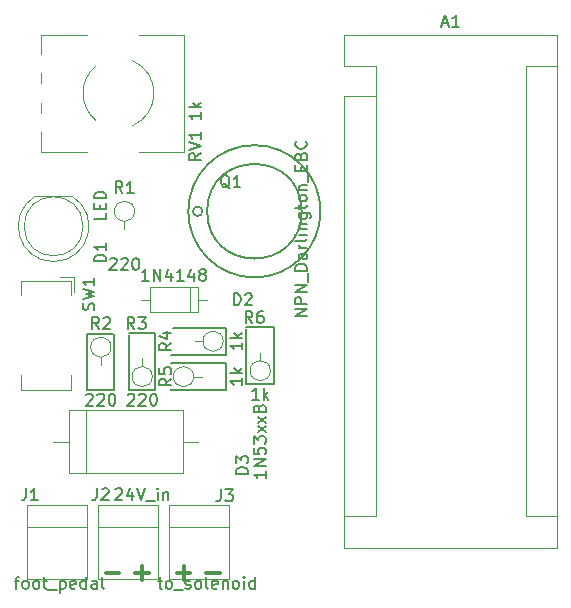
<source format=gbr>
G04 #@! TF.GenerationSoftware,KiCad,Pcbnew,(5.0.0)*
G04 #@! TF.CreationDate,2018-07-27T16:18:26+01:00*
G04 #@! TF.ProjectId,OpenSpritzer,4F70656E53707269747A65722E6B6963,rev?*
G04 #@! TF.SameCoordinates,Original*
G04 #@! TF.FileFunction,Legend,Top*
G04 #@! TF.FilePolarity,Positive*
%FSLAX46Y46*%
G04 Gerber Fmt 4.6, Leading zero omitted, Abs format (unit mm)*
G04 Created by KiCad (PCBNEW (5.0.0)) date 07/27/18 16:18:26*
%MOMM*%
%LPD*%
G01*
G04 APERTURE LIST*
%ADD10C,0.200000*%
%ADD11C,0.300000*%
%ADD12C,0.150000*%
%ADD13C,0.120000*%
G04 APERTURE END LIST*
D10*
X105650000Y-107825000D02*
X103300000Y-107825000D01*
X105650000Y-107950000D02*
X105650000Y-107825000D01*
X105625000Y-112625000D02*
X105650000Y-107950000D01*
X103325000Y-112625000D02*
X105625000Y-112625000D01*
X103325000Y-107950000D02*
X103325000Y-112625000D01*
X101600000Y-107875000D02*
X97075000Y-107875000D01*
X101600000Y-110200000D02*
X101600000Y-107875000D01*
X96975000Y-110175000D02*
X101600000Y-110200000D01*
X96975000Y-113100000D02*
X96975000Y-113075000D01*
X101575000Y-113100000D02*
X96975000Y-113100000D01*
X101575000Y-110875000D02*
X101575000Y-113100000D01*
X96975000Y-110850000D02*
X101575000Y-110875000D01*
X89850000Y-108375000D02*
X92025000Y-108375000D01*
X89850000Y-113150000D02*
X89850000Y-108375000D01*
X92150000Y-113150000D02*
X89850000Y-113150000D01*
X92150000Y-113050000D02*
X92150000Y-113150000D01*
X92150000Y-108375000D02*
X92150000Y-113050000D01*
X95600000Y-108325000D02*
X93375000Y-108325000D01*
X95600000Y-108475000D02*
X95600000Y-108325000D01*
X95600000Y-113100000D02*
X95600000Y-108475000D01*
X93350000Y-113100000D02*
X95600000Y-113100000D01*
X93350000Y-108475000D02*
X93350000Y-113100000D01*
D11*
X99928571Y-128607142D02*
X101071428Y-128607142D01*
X97428571Y-128607142D02*
X98571428Y-128607142D01*
X98000000Y-129178571D02*
X98000000Y-128035714D01*
X92571428Y-128607142D02*
X91428571Y-128607142D01*
X95071428Y-128607142D02*
X93928571Y-128607142D01*
X94500000Y-129178571D02*
X94500000Y-128035714D01*
D12*
G04 #@! TO.C,Q1*
X109600000Y-98000000D02*
G75*
G03X109600000Y-98000000I-5600000J0D01*
G01*
X108000000Y-98000000D02*
G75*
G03X108000000Y-98000000I-4000000J0D01*
G01*
X99600000Y-98000000D02*
G75*
G03X99600000Y-98000000I-400000J0D01*
G01*
D13*
G04 #@! TO.C,RV1*
X98060000Y-83039000D02*
X98060000Y-92960000D01*
X85940000Y-91325000D02*
X85940000Y-92960000D01*
X85940000Y-88825000D02*
X85940000Y-89675000D01*
X85940000Y-86325000D02*
X85940000Y-87175000D01*
X85940000Y-83039000D02*
X85940000Y-84675000D01*
X94195000Y-92960000D02*
X98060000Y-92960000D01*
X85940000Y-92960000D02*
X89806000Y-92960000D01*
X94195000Y-83039000D02*
X98060000Y-83039000D01*
X85940000Y-83039000D02*
X89806000Y-83039000D01*
X90571705Y-90297753D02*
G75*
G02X90572000Y-85702000I1928295J2297753D01*
G01*
X93671982Y-85237568D02*
G75*
G02X93673000Y-90762000I-1171982J-2762432D01*
G01*
G04 #@! TO.C,SW1*
X88450000Y-105100000D02*
X88450000Y-103900000D01*
X88450000Y-103900000D02*
X84250000Y-103900000D01*
X84250000Y-103900000D02*
X84250000Y-105100000D01*
X88450000Y-111900000D02*
X88450000Y-113100000D01*
X88450000Y-113100000D02*
X84250000Y-113100000D01*
X84250000Y-113100000D02*
X84250000Y-111900000D01*
X88750000Y-104800000D02*
X88750000Y-103600000D01*
X88750000Y-103600000D02*
X87550000Y-103600000D01*
G04 #@! TO.C,A1*
X129640000Y-83060000D02*
X111600000Y-83060000D01*
X129640000Y-126500000D02*
X129640000Y-83060000D01*
X111600000Y-126500000D02*
X129640000Y-126500000D01*
X114270000Y-123830000D02*
X111600000Y-123830000D01*
X114270000Y-88270000D02*
X114270000Y-123830000D01*
X114270000Y-88270000D02*
X111600000Y-88270000D01*
X126970000Y-123830000D02*
X129640000Y-123830000D01*
X126970000Y-85730000D02*
X126970000Y-123830000D01*
X126970000Y-85730000D02*
X129640000Y-85730000D01*
X111600000Y-83060000D02*
X111600000Y-85730000D01*
X111600000Y-88270000D02*
X111600000Y-126500000D01*
X114270000Y-85730000D02*
X111600000Y-85730000D01*
X114270000Y-88270000D02*
X114270000Y-85730000D01*
G04 #@! TO.C,D1*
X88545000Y-96710000D02*
X85455000Y-96710000D01*
X89500000Y-99270000D02*
G75*
G03X89500000Y-99270000I-2500000J0D01*
G01*
X87000462Y-102260000D02*
G75*
G02X85455170Y-96710000I-462J2990000D01*
G01*
X86999538Y-102260000D02*
G75*
G03X88544830Y-96710000I462J2990000D01*
G01*
G04 #@! TO.C,D2*
X99250000Y-106560000D02*
X99250000Y-104440000D01*
X99250000Y-104440000D02*
X95130000Y-104440000D01*
X95130000Y-104440000D02*
X95130000Y-106560000D01*
X95130000Y-106560000D02*
X99250000Y-106560000D01*
X100020000Y-105500000D02*
X99250000Y-105500000D01*
X94360000Y-105500000D02*
X95130000Y-105500000D01*
X98590000Y-106560000D02*
X98590000Y-104440000D01*
G04 #@! TO.C,D3*
X89784500Y-114835000D02*
X89784500Y-120165000D01*
X99260000Y-117500000D02*
X97945000Y-117500000D01*
X86980000Y-117500000D02*
X88295000Y-117500000D01*
X97945000Y-114835000D02*
X88295000Y-114835000D01*
X97945000Y-120165000D02*
X97945000Y-114835000D01*
X88295000Y-120165000D02*
X97945000Y-120165000D01*
X88295000Y-114835000D02*
X88295000Y-120165000D01*
G04 #@! TO.C,J1*
X89810000Y-122830000D02*
X89810000Y-129170000D01*
X84730000Y-122830000D02*
X84730000Y-129170000D01*
X84730000Y-122830000D02*
X89810000Y-122830000D01*
X89810000Y-129170000D02*
X84730000Y-129170000D01*
X89810000Y-124730000D02*
X84730000Y-124730000D01*
G04 #@! TO.C,J2*
X95810000Y-122830000D02*
X95810000Y-129170000D01*
X90730000Y-122830000D02*
X90730000Y-129170000D01*
X90730000Y-122830000D02*
X95810000Y-122830000D01*
X95810000Y-129170000D02*
X90730000Y-129170000D01*
X95810000Y-124730000D02*
X90730000Y-124730000D01*
G04 #@! TO.C,J3*
X101810000Y-124730000D02*
X96730000Y-124730000D01*
X101810000Y-129170000D02*
X96730000Y-129170000D01*
X96730000Y-122830000D02*
X101810000Y-122830000D01*
X96730000Y-122830000D02*
X96730000Y-129170000D01*
X101810000Y-122830000D02*
X101810000Y-129170000D01*
G04 #@! TO.C,R1*
X93860000Y-98000000D02*
G75*
G03X93860000Y-98000000I-860000J0D01*
G01*
X93000000Y-98860000D02*
X93000000Y-99540000D01*
G04 #@! TO.C,R2*
X91000000Y-110360000D02*
X91000000Y-111040000D01*
X91860000Y-109500000D02*
G75*
G03X91860000Y-109500000I-860000J0D01*
G01*
G04 #@! TO.C,R3*
X94500000Y-111140000D02*
X94500000Y-110460000D01*
X95360000Y-112000000D02*
G75*
G03X95360000Y-112000000I-860000J0D01*
G01*
G04 #@! TO.C,R4*
X99640000Y-109000000D02*
X98960000Y-109000000D01*
X101360000Y-109000000D02*
G75*
G03X101360000Y-109000000I-860000J0D01*
G01*
G04 #@! TO.C,R5*
X98860000Y-112000000D02*
G75*
G03X98860000Y-112000000I-860000J0D01*
G01*
X98860000Y-112000000D02*
X99540000Y-112000000D01*
G04 #@! TO.C,R6*
X104500000Y-110640000D02*
X104500000Y-109960000D01*
X105360000Y-111500000D02*
G75*
G03X105360000Y-111500000I-860000J0D01*
G01*
G04 #@! TO.C,Q1*
D12*
X101904761Y-96047619D02*
X101809523Y-96000000D01*
X101714285Y-95904761D01*
X101571428Y-95761904D01*
X101476190Y-95714285D01*
X101380952Y-95714285D01*
X101428571Y-95952380D02*
X101333333Y-95904761D01*
X101238095Y-95809523D01*
X101190476Y-95619047D01*
X101190476Y-95285714D01*
X101238095Y-95095238D01*
X101333333Y-95000000D01*
X101428571Y-94952380D01*
X101619047Y-94952380D01*
X101714285Y-95000000D01*
X101809523Y-95095238D01*
X101857142Y-95285714D01*
X101857142Y-95619047D01*
X101809523Y-95809523D01*
X101714285Y-95904761D01*
X101619047Y-95952380D01*
X101428571Y-95952380D01*
X102809523Y-95952380D02*
X102238095Y-95952380D01*
X102523809Y-95952380D02*
X102523809Y-94952380D01*
X102428571Y-95095238D01*
X102333333Y-95190476D01*
X102238095Y-95238095D01*
X108452380Y-106880952D02*
X107452380Y-106880952D01*
X108452380Y-106309523D01*
X107452380Y-106309523D01*
X108452380Y-105833333D02*
X107452380Y-105833333D01*
X107452380Y-105452380D01*
X107500000Y-105357142D01*
X107547619Y-105309523D01*
X107642857Y-105261904D01*
X107785714Y-105261904D01*
X107880952Y-105309523D01*
X107928571Y-105357142D01*
X107976190Y-105452380D01*
X107976190Y-105833333D01*
X108452380Y-104833333D02*
X107452380Y-104833333D01*
X108452380Y-104261904D01*
X107452380Y-104261904D01*
X108547619Y-104023809D02*
X108547619Y-103261904D01*
X108452380Y-103023809D02*
X107452380Y-103023809D01*
X107452380Y-102785714D01*
X107500000Y-102642857D01*
X107595238Y-102547619D01*
X107690476Y-102500000D01*
X107880952Y-102452380D01*
X108023809Y-102452380D01*
X108214285Y-102500000D01*
X108309523Y-102547619D01*
X108404761Y-102642857D01*
X108452380Y-102785714D01*
X108452380Y-103023809D01*
X108452380Y-101595238D02*
X107928571Y-101595238D01*
X107833333Y-101642857D01*
X107785714Y-101738095D01*
X107785714Y-101928571D01*
X107833333Y-102023809D01*
X108404761Y-101595238D02*
X108452380Y-101690476D01*
X108452380Y-101928571D01*
X108404761Y-102023809D01*
X108309523Y-102071428D01*
X108214285Y-102071428D01*
X108119047Y-102023809D01*
X108071428Y-101928571D01*
X108071428Y-101690476D01*
X108023809Y-101595238D01*
X108452380Y-101119047D02*
X107785714Y-101119047D01*
X107976190Y-101119047D02*
X107880952Y-101071428D01*
X107833333Y-101023809D01*
X107785714Y-100928571D01*
X107785714Y-100833333D01*
X108452380Y-100357142D02*
X108404761Y-100452380D01*
X108309523Y-100500000D01*
X107452380Y-100500000D01*
X108452380Y-99976190D02*
X107785714Y-99976190D01*
X107452380Y-99976190D02*
X107500000Y-100023809D01*
X107547619Y-99976190D01*
X107500000Y-99928571D01*
X107452380Y-99976190D01*
X107547619Y-99976190D01*
X107785714Y-99500000D02*
X108452380Y-99500000D01*
X107880952Y-99500000D02*
X107833333Y-99452380D01*
X107785714Y-99357142D01*
X107785714Y-99214285D01*
X107833333Y-99119047D01*
X107928571Y-99071428D01*
X108452380Y-99071428D01*
X107785714Y-98166666D02*
X108595238Y-98166666D01*
X108690476Y-98214285D01*
X108738095Y-98261904D01*
X108785714Y-98357142D01*
X108785714Y-98500000D01*
X108738095Y-98595238D01*
X108404761Y-98166666D02*
X108452380Y-98261904D01*
X108452380Y-98452380D01*
X108404761Y-98547619D01*
X108357142Y-98595238D01*
X108261904Y-98642857D01*
X107976190Y-98642857D01*
X107880952Y-98595238D01*
X107833333Y-98547619D01*
X107785714Y-98452380D01*
X107785714Y-98261904D01*
X107833333Y-98166666D01*
X107785714Y-97833333D02*
X107785714Y-97452380D01*
X107452380Y-97690476D02*
X108309523Y-97690476D01*
X108404761Y-97642857D01*
X108452380Y-97547619D01*
X108452380Y-97452380D01*
X108452380Y-96976190D02*
X108404761Y-97071428D01*
X108357142Y-97119047D01*
X108261904Y-97166666D01*
X107976190Y-97166666D01*
X107880952Y-97119047D01*
X107833333Y-97071428D01*
X107785714Y-96976190D01*
X107785714Y-96833333D01*
X107833333Y-96738095D01*
X107880952Y-96690476D01*
X107976190Y-96642857D01*
X108261904Y-96642857D01*
X108357142Y-96690476D01*
X108404761Y-96738095D01*
X108452380Y-96833333D01*
X108452380Y-96976190D01*
X107785714Y-96214285D02*
X108452380Y-96214285D01*
X107880952Y-96214285D02*
X107833333Y-96166666D01*
X107785714Y-96071428D01*
X107785714Y-95928571D01*
X107833333Y-95833333D01*
X107928571Y-95785714D01*
X108452380Y-95785714D01*
X108547619Y-95547619D02*
X108547619Y-94785714D01*
X107928571Y-94547619D02*
X107928571Y-94214285D01*
X108452380Y-94071428D02*
X108452380Y-94547619D01*
X107452380Y-94547619D01*
X107452380Y-94071428D01*
X107928571Y-93309523D02*
X107976190Y-93166666D01*
X108023809Y-93119047D01*
X108119047Y-93071428D01*
X108261904Y-93071428D01*
X108357142Y-93119047D01*
X108404761Y-93166666D01*
X108452380Y-93261904D01*
X108452380Y-93642857D01*
X107452380Y-93642857D01*
X107452380Y-93309523D01*
X107500000Y-93214285D01*
X107547619Y-93166666D01*
X107642857Y-93119047D01*
X107738095Y-93119047D01*
X107833333Y-93166666D01*
X107880952Y-93214285D01*
X107928571Y-93309523D01*
X107928571Y-93642857D01*
X108357142Y-92071428D02*
X108404761Y-92119047D01*
X108452380Y-92261904D01*
X108452380Y-92357142D01*
X108404761Y-92500000D01*
X108309523Y-92595238D01*
X108214285Y-92642857D01*
X108023809Y-92690476D01*
X107880952Y-92690476D01*
X107690476Y-92642857D01*
X107595238Y-92595238D01*
X107500000Y-92500000D01*
X107452380Y-92357142D01*
X107452380Y-92261904D01*
X107500000Y-92119047D01*
X107547619Y-92071428D01*
G04 #@! TO.C,RV1*
X99452380Y-93095238D02*
X98976190Y-93428571D01*
X99452380Y-93666666D02*
X98452380Y-93666666D01*
X98452380Y-93285714D01*
X98500000Y-93190476D01*
X98547619Y-93142857D01*
X98642857Y-93095238D01*
X98785714Y-93095238D01*
X98880952Y-93142857D01*
X98928571Y-93190476D01*
X98976190Y-93285714D01*
X98976190Y-93666666D01*
X98452380Y-92809523D02*
X99452380Y-92476190D01*
X98452380Y-92142857D01*
X99452380Y-91285714D02*
X99452380Y-91857142D01*
X99452380Y-91571428D02*
X98452380Y-91571428D01*
X98595238Y-91666666D01*
X98690476Y-91761904D01*
X98738095Y-91857142D01*
X99452380Y-89619047D02*
X99452380Y-90190476D01*
X99452380Y-89904761D02*
X98452380Y-89904761D01*
X98595238Y-90000000D01*
X98690476Y-90095238D01*
X98738095Y-90190476D01*
X99452380Y-89190476D02*
X98452380Y-89190476D01*
X99071428Y-89095238D02*
X99452380Y-88809523D01*
X98785714Y-88809523D02*
X99166666Y-89190476D01*
G04 #@! TO.C,SW1*
X90404761Y-106333333D02*
X90452380Y-106190476D01*
X90452380Y-105952380D01*
X90404761Y-105857142D01*
X90357142Y-105809523D01*
X90261904Y-105761904D01*
X90166666Y-105761904D01*
X90071428Y-105809523D01*
X90023809Y-105857142D01*
X89976190Y-105952380D01*
X89928571Y-106142857D01*
X89880952Y-106238095D01*
X89833333Y-106285714D01*
X89738095Y-106333333D01*
X89642857Y-106333333D01*
X89547619Y-106285714D01*
X89500000Y-106238095D01*
X89452380Y-106142857D01*
X89452380Y-105904761D01*
X89500000Y-105761904D01*
X89452380Y-105428571D02*
X90452380Y-105190476D01*
X89738095Y-105000000D01*
X90452380Y-104809523D01*
X89452380Y-104571428D01*
X90452380Y-103666666D02*
X90452380Y-104238095D01*
X90452380Y-103952380D02*
X89452380Y-103952380D01*
X89595238Y-104047619D01*
X89690476Y-104142857D01*
X89738095Y-104238095D01*
G04 #@! TO.C,A1*
X119905714Y-82086666D02*
X120381904Y-82086666D01*
X119810476Y-82372380D02*
X120143809Y-81372380D01*
X120477142Y-82372380D01*
X121334285Y-82372380D02*
X120762857Y-82372380D01*
X121048571Y-82372380D02*
X121048571Y-81372380D01*
X120953333Y-81515238D01*
X120858095Y-81610476D01*
X120762857Y-81658095D01*
G04 #@! TO.C,D1*
X91452380Y-102238095D02*
X90452380Y-102238095D01*
X90452380Y-102000000D01*
X90500000Y-101857142D01*
X90595238Y-101761904D01*
X90690476Y-101714285D01*
X90880952Y-101666666D01*
X91023809Y-101666666D01*
X91214285Y-101714285D01*
X91309523Y-101761904D01*
X91404761Y-101857142D01*
X91452380Y-102000000D01*
X91452380Y-102238095D01*
X91452380Y-100714285D02*
X91452380Y-101285714D01*
X91452380Y-101000000D02*
X90452380Y-101000000D01*
X90595238Y-101095238D01*
X90690476Y-101190476D01*
X90738095Y-101285714D01*
X91452380Y-98142857D02*
X91452380Y-98619047D01*
X90452380Y-98619047D01*
X90928571Y-97809523D02*
X90928571Y-97476190D01*
X91452380Y-97333333D02*
X91452380Y-97809523D01*
X90452380Y-97809523D01*
X90452380Y-97333333D01*
X91452380Y-96904761D02*
X90452380Y-96904761D01*
X90452380Y-96666666D01*
X90500000Y-96523809D01*
X90595238Y-96428571D01*
X90690476Y-96380952D01*
X90880952Y-96333333D01*
X91023809Y-96333333D01*
X91214285Y-96380952D01*
X91309523Y-96428571D01*
X91404761Y-96523809D01*
X91452380Y-96666666D01*
X91452380Y-96904761D01*
G04 #@! TO.C,D2*
X102261904Y-105952380D02*
X102261904Y-104952380D01*
X102500000Y-104952380D01*
X102642857Y-105000000D01*
X102738095Y-105095238D01*
X102785714Y-105190476D01*
X102833333Y-105380952D01*
X102833333Y-105523809D01*
X102785714Y-105714285D01*
X102738095Y-105809523D01*
X102642857Y-105904761D01*
X102500000Y-105952380D01*
X102261904Y-105952380D01*
X103214285Y-105047619D02*
X103261904Y-105000000D01*
X103357142Y-104952380D01*
X103595238Y-104952380D01*
X103690476Y-105000000D01*
X103738095Y-105047619D01*
X103785714Y-105142857D01*
X103785714Y-105238095D01*
X103738095Y-105380952D01*
X103166666Y-105952380D01*
X103785714Y-105952380D01*
X95047142Y-103892380D02*
X94475714Y-103892380D01*
X94761428Y-103892380D02*
X94761428Y-102892380D01*
X94666190Y-103035238D01*
X94570952Y-103130476D01*
X94475714Y-103178095D01*
X95475714Y-103892380D02*
X95475714Y-102892380D01*
X96047142Y-103892380D01*
X96047142Y-102892380D01*
X96951904Y-103225714D02*
X96951904Y-103892380D01*
X96713809Y-102844761D02*
X96475714Y-103559047D01*
X97094761Y-103559047D01*
X97999523Y-103892380D02*
X97428095Y-103892380D01*
X97713809Y-103892380D02*
X97713809Y-102892380D01*
X97618571Y-103035238D01*
X97523333Y-103130476D01*
X97428095Y-103178095D01*
X98856666Y-103225714D02*
X98856666Y-103892380D01*
X98618571Y-102844761D02*
X98380476Y-103559047D01*
X98999523Y-103559047D01*
X99523333Y-103320952D02*
X99428095Y-103273333D01*
X99380476Y-103225714D01*
X99332857Y-103130476D01*
X99332857Y-103082857D01*
X99380476Y-102987619D01*
X99428095Y-102940000D01*
X99523333Y-102892380D01*
X99713809Y-102892380D01*
X99809047Y-102940000D01*
X99856666Y-102987619D01*
X99904285Y-103082857D01*
X99904285Y-103130476D01*
X99856666Y-103225714D01*
X99809047Y-103273333D01*
X99713809Y-103320952D01*
X99523333Y-103320952D01*
X99428095Y-103368571D01*
X99380476Y-103416190D01*
X99332857Y-103511428D01*
X99332857Y-103701904D01*
X99380476Y-103797142D01*
X99428095Y-103844761D01*
X99523333Y-103892380D01*
X99713809Y-103892380D01*
X99809047Y-103844761D01*
X99856666Y-103797142D01*
X99904285Y-103701904D01*
X99904285Y-103511428D01*
X99856666Y-103416190D01*
X99809047Y-103368571D01*
X99713809Y-103320952D01*
G04 #@! TO.C,D3*
X103452380Y-120238095D02*
X102452380Y-120238095D01*
X102452380Y-120000000D01*
X102500000Y-119857142D01*
X102595238Y-119761904D01*
X102690476Y-119714285D01*
X102880952Y-119666666D01*
X103023809Y-119666666D01*
X103214285Y-119714285D01*
X103309523Y-119761904D01*
X103404761Y-119857142D01*
X103452380Y-120000000D01*
X103452380Y-120238095D01*
X102452380Y-119333333D02*
X102452380Y-118714285D01*
X102833333Y-119047619D01*
X102833333Y-118904761D01*
X102880952Y-118809523D01*
X102928571Y-118761904D01*
X103023809Y-118714285D01*
X103261904Y-118714285D01*
X103357142Y-118761904D01*
X103404761Y-118809523D01*
X103452380Y-118904761D01*
X103452380Y-119190476D01*
X103404761Y-119285714D01*
X103357142Y-119333333D01*
X104952380Y-120000000D02*
X104952380Y-120571428D01*
X104952380Y-120285714D02*
X103952380Y-120285714D01*
X104095238Y-120380952D01*
X104190476Y-120476190D01*
X104238095Y-120571428D01*
X104952380Y-119571428D02*
X103952380Y-119571428D01*
X104952380Y-119000000D01*
X103952380Y-119000000D01*
X103952380Y-118047619D02*
X103952380Y-118523809D01*
X104428571Y-118571428D01*
X104380952Y-118523809D01*
X104333333Y-118428571D01*
X104333333Y-118190476D01*
X104380952Y-118095238D01*
X104428571Y-118047619D01*
X104523809Y-118000000D01*
X104761904Y-118000000D01*
X104857142Y-118047619D01*
X104904761Y-118095238D01*
X104952380Y-118190476D01*
X104952380Y-118428571D01*
X104904761Y-118523809D01*
X104857142Y-118571428D01*
X103952380Y-117666666D02*
X103952380Y-117047619D01*
X104333333Y-117380952D01*
X104333333Y-117238095D01*
X104380952Y-117142857D01*
X104428571Y-117095238D01*
X104523809Y-117047619D01*
X104761904Y-117047619D01*
X104857142Y-117095238D01*
X104904761Y-117142857D01*
X104952380Y-117238095D01*
X104952380Y-117523809D01*
X104904761Y-117619047D01*
X104857142Y-117666666D01*
X104952380Y-116714285D02*
X104285714Y-116190476D01*
X104285714Y-116714285D02*
X104952380Y-116190476D01*
X104952380Y-115904761D02*
X104285714Y-115380952D01*
X104285714Y-115904761D02*
X104952380Y-115380952D01*
X104428571Y-114666666D02*
X104476190Y-114523809D01*
X104523809Y-114476190D01*
X104619047Y-114428571D01*
X104761904Y-114428571D01*
X104857142Y-114476190D01*
X104904761Y-114523809D01*
X104952380Y-114619047D01*
X104952380Y-115000000D01*
X103952380Y-115000000D01*
X103952380Y-114666666D01*
X104000000Y-114571428D01*
X104047619Y-114523809D01*
X104142857Y-114476190D01*
X104238095Y-114476190D01*
X104333333Y-114523809D01*
X104380952Y-114571428D01*
X104428571Y-114666666D01*
X104428571Y-115000000D01*
G04 #@! TO.C,J1*
X84666666Y-121452380D02*
X84666666Y-122166666D01*
X84619047Y-122309523D01*
X84523809Y-122404761D01*
X84380952Y-122452380D01*
X84285714Y-122452380D01*
X85666666Y-122452380D02*
X85095238Y-122452380D01*
X85380952Y-122452380D02*
X85380952Y-121452380D01*
X85285714Y-121595238D01*
X85190476Y-121690476D01*
X85095238Y-121738095D01*
X83690476Y-129285714D02*
X84071428Y-129285714D01*
X83833333Y-129952380D02*
X83833333Y-129095238D01*
X83880952Y-129000000D01*
X83976190Y-128952380D01*
X84071428Y-128952380D01*
X84547619Y-129952380D02*
X84452380Y-129904761D01*
X84404761Y-129857142D01*
X84357142Y-129761904D01*
X84357142Y-129476190D01*
X84404761Y-129380952D01*
X84452380Y-129333333D01*
X84547619Y-129285714D01*
X84690476Y-129285714D01*
X84785714Y-129333333D01*
X84833333Y-129380952D01*
X84880952Y-129476190D01*
X84880952Y-129761904D01*
X84833333Y-129857142D01*
X84785714Y-129904761D01*
X84690476Y-129952380D01*
X84547619Y-129952380D01*
X85452380Y-129952380D02*
X85357142Y-129904761D01*
X85309523Y-129857142D01*
X85261904Y-129761904D01*
X85261904Y-129476190D01*
X85309523Y-129380952D01*
X85357142Y-129333333D01*
X85452380Y-129285714D01*
X85595238Y-129285714D01*
X85690476Y-129333333D01*
X85738095Y-129380952D01*
X85785714Y-129476190D01*
X85785714Y-129761904D01*
X85738095Y-129857142D01*
X85690476Y-129904761D01*
X85595238Y-129952380D01*
X85452380Y-129952380D01*
X86071428Y-129285714D02*
X86452380Y-129285714D01*
X86214285Y-128952380D02*
X86214285Y-129809523D01*
X86261904Y-129904761D01*
X86357142Y-129952380D01*
X86452380Y-129952380D01*
X86547619Y-130047619D02*
X87309523Y-130047619D01*
X87547619Y-129285714D02*
X87547619Y-130285714D01*
X87547619Y-129333333D02*
X87642857Y-129285714D01*
X87833333Y-129285714D01*
X87928571Y-129333333D01*
X87976190Y-129380952D01*
X88023809Y-129476190D01*
X88023809Y-129761904D01*
X87976190Y-129857142D01*
X87928571Y-129904761D01*
X87833333Y-129952380D01*
X87642857Y-129952380D01*
X87547619Y-129904761D01*
X88833333Y-129904761D02*
X88738095Y-129952380D01*
X88547619Y-129952380D01*
X88452380Y-129904761D01*
X88404761Y-129809523D01*
X88404761Y-129428571D01*
X88452380Y-129333333D01*
X88547619Y-129285714D01*
X88738095Y-129285714D01*
X88833333Y-129333333D01*
X88880952Y-129428571D01*
X88880952Y-129523809D01*
X88404761Y-129619047D01*
X89738095Y-129952380D02*
X89738095Y-128952380D01*
X89738095Y-129904761D02*
X89642857Y-129952380D01*
X89452380Y-129952380D01*
X89357142Y-129904761D01*
X89309523Y-129857142D01*
X89261904Y-129761904D01*
X89261904Y-129476190D01*
X89309523Y-129380952D01*
X89357142Y-129333333D01*
X89452380Y-129285714D01*
X89642857Y-129285714D01*
X89738095Y-129333333D01*
X90642857Y-129952380D02*
X90642857Y-129428571D01*
X90595238Y-129333333D01*
X90500000Y-129285714D01*
X90309523Y-129285714D01*
X90214285Y-129333333D01*
X90642857Y-129904761D02*
X90547619Y-129952380D01*
X90309523Y-129952380D01*
X90214285Y-129904761D01*
X90166666Y-129809523D01*
X90166666Y-129714285D01*
X90214285Y-129619047D01*
X90309523Y-129571428D01*
X90547619Y-129571428D01*
X90642857Y-129523809D01*
X91261904Y-129952380D02*
X91166666Y-129904761D01*
X91119047Y-129809523D01*
X91119047Y-128952380D01*
G04 #@! TO.C,J2*
X90666666Y-121452380D02*
X90666666Y-122166666D01*
X90619047Y-122309523D01*
X90523809Y-122404761D01*
X90380952Y-122452380D01*
X90285714Y-122452380D01*
X91095238Y-121547619D02*
X91142857Y-121500000D01*
X91238095Y-121452380D01*
X91476190Y-121452380D01*
X91571428Y-121500000D01*
X91619047Y-121547619D01*
X91666666Y-121642857D01*
X91666666Y-121738095D01*
X91619047Y-121880952D01*
X91047619Y-122452380D01*
X91666666Y-122452380D01*
X92238095Y-121547619D02*
X92285714Y-121500000D01*
X92380952Y-121452380D01*
X92619047Y-121452380D01*
X92714285Y-121500000D01*
X92761904Y-121547619D01*
X92809523Y-121642857D01*
X92809523Y-121738095D01*
X92761904Y-121880952D01*
X92190476Y-122452380D01*
X92809523Y-122452380D01*
X93666666Y-121785714D02*
X93666666Y-122452380D01*
X93428571Y-121404761D02*
X93190476Y-122119047D01*
X93809523Y-122119047D01*
X94047619Y-121452380D02*
X94380952Y-122452380D01*
X94714285Y-121452380D01*
X94809523Y-122547619D02*
X95571428Y-122547619D01*
X95809523Y-122452380D02*
X95809523Y-121785714D01*
X95809523Y-121452380D02*
X95761904Y-121500000D01*
X95809523Y-121547619D01*
X95857142Y-121500000D01*
X95809523Y-121452380D01*
X95809523Y-121547619D01*
X96285714Y-121785714D02*
X96285714Y-122452380D01*
X96285714Y-121880952D02*
X96333333Y-121833333D01*
X96428571Y-121785714D01*
X96571428Y-121785714D01*
X96666666Y-121833333D01*
X96714285Y-121928571D01*
X96714285Y-122452380D01*
G04 #@! TO.C,J3*
X101166666Y-121552380D02*
X101166666Y-122266666D01*
X101119047Y-122409523D01*
X101023809Y-122504761D01*
X100880952Y-122552380D01*
X100785714Y-122552380D01*
X101547619Y-121552380D02*
X102166666Y-121552380D01*
X101833333Y-121933333D01*
X101976190Y-121933333D01*
X102071428Y-121980952D01*
X102119047Y-122028571D01*
X102166666Y-122123809D01*
X102166666Y-122361904D01*
X102119047Y-122457142D01*
X102071428Y-122504761D01*
X101976190Y-122552380D01*
X101690476Y-122552380D01*
X101595238Y-122504761D01*
X101547619Y-122457142D01*
X95833333Y-129285714D02*
X96214285Y-129285714D01*
X95976190Y-128952380D02*
X95976190Y-129809523D01*
X96023809Y-129904761D01*
X96119047Y-129952380D01*
X96214285Y-129952380D01*
X96690476Y-129952380D02*
X96595238Y-129904761D01*
X96547619Y-129857142D01*
X96500000Y-129761904D01*
X96500000Y-129476190D01*
X96547619Y-129380952D01*
X96595238Y-129333333D01*
X96690476Y-129285714D01*
X96833333Y-129285714D01*
X96928571Y-129333333D01*
X96976190Y-129380952D01*
X97023809Y-129476190D01*
X97023809Y-129761904D01*
X96976190Y-129857142D01*
X96928571Y-129904761D01*
X96833333Y-129952380D01*
X96690476Y-129952380D01*
X97214285Y-130047619D02*
X97976190Y-130047619D01*
X98166666Y-129904761D02*
X98261904Y-129952380D01*
X98452380Y-129952380D01*
X98547619Y-129904761D01*
X98595238Y-129809523D01*
X98595238Y-129761904D01*
X98547619Y-129666666D01*
X98452380Y-129619047D01*
X98309523Y-129619047D01*
X98214285Y-129571428D01*
X98166666Y-129476190D01*
X98166666Y-129428571D01*
X98214285Y-129333333D01*
X98309523Y-129285714D01*
X98452380Y-129285714D01*
X98547619Y-129333333D01*
X99166666Y-129952380D02*
X99071428Y-129904761D01*
X99023809Y-129857142D01*
X98976190Y-129761904D01*
X98976190Y-129476190D01*
X99023809Y-129380952D01*
X99071428Y-129333333D01*
X99166666Y-129285714D01*
X99309523Y-129285714D01*
X99404761Y-129333333D01*
X99452380Y-129380952D01*
X99500000Y-129476190D01*
X99500000Y-129761904D01*
X99452380Y-129857142D01*
X99404761Y-129904761D01*
X99309523Y-129952380D01*
X99166666Y-129952380D01*
X100071428Y-129952380D02*
X99976190Y-129904761D01*
X99928571Y-129809523D01*
X99928571Y-128952380D01*
X100833333Y-129904761D02*
X100738095Y-129952380D01*
X100547619Y-129952380D01*
X100452380Y-129904761D01*
X100404761Y-129809523D01*
X100404761Y-129428571D01*
X100452380Y-129333333D01*
X100547619Y-129285714D01*
X100738095Y-129285714D01*
X100833333Y-129333333D01*
X100880952Y-129428571D01*
X100880952Y-129523809D01*
X100404761Y-129619047D01*
X101309523Y-129285714D02*
X101309523Y-129952380D01*
X101309523Y-129380952D02*
X101357142Y-129333333D01*
X101452380Y-129285714D01*
X101595238Y-129285714D01*
X101690476Y-129333333D01*
X101738095Y-129428571D01*
X101738095Y-129952380D01*
X102357142Y-129952380D02*
X102261904Y-129904761D01*
X102214285Y-129857142D01*
X102166666Y-129761904D01*
X102166666Y-129476190D01*
X102214285Y-129380952D01*
X102261904Y-129333333D01*
X102357142Y-129285714D01*
X102500000Y-129285714D01*
X102595238Y-129333333D01*
X102642857Y-129380952D01*
X102690476Y-129476190D01*
X102690476Y-129761904D01*
X102642857Y-129857142D01*
X102595238Y-129904761D01*
X102500000Y-129952380D01*
X102357142Y-129952380D01*
X103119047Y-129952380D02*
X103119047Y-129285714D01*
X103119047Y-128952380D02*
X103071428Y-129000000D01*
X103119047Y-129047619D01*
X103166666Y-129000000D01*
X103119047Y-128952380D01*
X103119047Y-129047619D01*
X104023809Y-129952380D02*
X104023809Y-128952380D01*
X104023809Y-129904761D02*
X103928571Y-129952380D01*
X103738095Y-129952380D01*
X103642857Y-129904761D01*
X103595238Y-129857142D01*
X103547619Y-129761904D01*
X103547619Y-129476190D01*
X103595238Y-129380952D01*
X103642857Y-129333333D01*
X103738095Y-129285714D01*
X103928571Y-129285714D01*
X104023809Y-129333333D01*
G04 #@! TO.C,R1*
X92833333Y-96452380D02*
X92500000Y-95976190D01*
X92261904Y-96452380D02*
X92261904Y-95452380D01*
X92642857Y-95452380D01*
X92738095Y-95500000D01*
X92785714Y-95547619D01*
X92833333Y-95642857D01*
X92833333Y-95785714D01*
X92785714Y-95880952D01*
X92738095Y-95928571D01*
X92642857Y-95976190D01*
X92261904Y-95976190D01*
X93785714Y-96452380D02*
X93214285Y-96452380D01*
X93500000Y-96452380D02*
X93500000Y-95452380D01*
X93404761Y-95595238D01*
X93309523Y-95690476D01*
X93214285Y-95738095D01*
X91761904Y-102047619D02*
X91809523Y-102000000D01*
X91904761Y-101952380D01*
X92142857Y-101952380D01*
X92238095Y-102000000D01*
X92285714Y-102047619D01*
X92333333Y-102142857D01*
X92333333Y-102238095D01*
X92285714Y-102380952D01*
X91714285Y-102952380D01*
X92333333Y-102952380D01*
X92714285Y-102047619D02*
X92761904Y-102000000D01*
X92857142Y-101952380D01*
X93095238Y-101952380D01*
X93190476Y-102000000D01*
X93238095Y-102047619D01*
X93285714Y-102142857D01*
X93285714Y-102238095D01*
X93238095Y-102380952D01*
X92666666Y-102952380D01*
X93285714Y-102952380D01*
X93904761Y-101952380D02*
X94000000Y-101952380D01*
X94095238Y-102000000D01*
X94142857Y-102047619D01*
X94190476Y-102142857D01*
X94238095Y-102333333D01*
X94238095Y-102571428D01*
X94190476Y-102761904D01*
X94142857Y-102857142D01*
X94095238Y-102904761D01*
X94000000Y-102952380D01*
X93904761Y-102952380D01*
X93809523Y-102904761D01*
X93761904Y-102857142D01*
X93714285Y-102761904D01*
X93666666Y-102571428D01*
X93666666Y-102333333D01*
X93714285Y-102142857D01*
X93761904Y-102047619D01*
X93809523Y-102000000D01*
X93904761Y-101952380D01*
G04 #@! TO.C,R2*
X90833333Y-107952380D02*
X90500000Y-107476190D01*
X90261904Y-107952380D02*
X90261904Y-106952380D01*
X90642857Y-106952380D01*
X90738095Y-107000000D01*
X90785714Y-107047619D01*
X90833333Y-107142857D01*
X90833333Y-107285714D01*
X90785714Y-107380952D01*
X90738095Y-107428571D01*
X90642857Y-107476190D01*
X90261904Y-107476190D01*
X91214285Y-107047619D02*
X91261904Y-107000000D01*
X91357142Y-106952380D01*
X91595238Y-106952380D01*
X91690476Y-107000000D01*
X91738095Y-107047619D01*
X91785714Y-107142857D01*
X91785714Y-107238095D01*
X91738095Y-107380952D01*
X91166666Y-107952380D01*
X91785714Y-107952380D01*
X89761904Y-113547619D02*
X89809523Y-113500000D01*
X89904761Y-113452380D01*
X90142857Y-113452380D01*
X90238095Y-113500000D01*
X90285714Y-113547619D01*
X90333333Y-113642857D01*
X90333333Y-113738095D01*
X90285714Y-113880952D01*
X89714285Y-114452380D01*
X90333333Y-114452380D01*
X90714285Y-113547619D02*
X90761904Y-113500000D01*
X90857142Y-113452380D01*
X91095238Y-113452380D01*
X91190476Y-113500000D01*
X91238095Y-113547619D01*
X91285714Y-113642857D01*
X91285714Y-113738095D01*
X91238095Y-113880952D01*
X90666666Y-114452380D01*
X91285714Y-114452380D01*
X91904761Y-113452380D02*
X92000000Y-113452380D01*
X92095238Y-113500000D01*
X92142857Y-113547619D01*
X92190476Y-113642857D01*
X92238095Y-113833333D01*
X92238095Y-114071428D01*
X92190476Y-114261904D01*
X92142857Y-114357142D01*
X92095238Y-114404761D01*
X92000000Y-114452380D01*
X91904761Y-114452380D01*
X91809523Y-114404761D01*
X91761904Y-114357142D01*
X91714285Y-114261904D01*
X91666666Y-114071428D01*
X91666666Y-113833333D01*
X91714285Y-113642857D01*
X91761904Y-113547619D01*
X91809523Y-113500000D01*
X91904761Y-113452380D01*
G04 #@! TO.C,R3*
X93833333Y-107952380D02*
X93500000Y-107476190D01*
X93261904Y-107952380D02*
X93261904Y-106952380D01*
X93642857Y-106952380D01*
X93738095Y-107000000D01*
X93785714Y-107047619D01*
X93833333Y-107142857D01*
X93833333Y-107285714D01*
X93785714Y-107380952D01*
X93738095Y-107428571D01*
X93642857Y-107476190D01*
X93261904Y-107476190D01*
X94166666Y-106952380D02*
X94785714Y-106952380D01*
X94452380Y-107333333D01*
X94595238Y-107333333D01*
X94690476Y-107380952D01*
X94738095Y-107428571D01*
X94785714Y-107523809D01*
X94785714Y-107761904D01*
X94738095Y-107857142D01*
X94690476Y-107904761D01*
X94595238Y-107952380D01*
X94309523Y-107952380D01*
X94214285Y-107904761D01*
X94166666Y-107857142D01*
X93261904Y-113547619D02*
X93309523Y-113500000D01*
X93404761Y-113452380D01*
X93642857Y-113452380D01*
X93738095Y-113500000D01*
X93785714Y-113547619D01*
X93833333Y-113642857D01*
X93833333Y-113738095D01*
X93785714Y-113880952D01*
X93214285Y-114452380D01*
X93833333Y-114452380D01*
X94214285Y-113547619D02*
X94261904Y-113500000D01*
X94357142Y-113452380D01*
X94595238Y-113452380D01*
X94690476Y-113500000D01*
X94738095Y-113547619D01*
X94785714Y-113642857D01*
X94785714Y-113738095D01*
X94738095Y-113880952D01*
X94166666Y-114452380D01*
X94785714Y-114452380D01*
X95404761Y-113452380D02*
X95500000Y-113452380D01*
X95595238Y-113500000D01*
X95642857Y-113547619D01*
X95690476Y-113642857D01*
X95738095Y-113833333D01*
X95738095Y-114071428D01*
X95690476Y-114261904D01*
X95642857Y-114357142D01*
X95595238Y-114404761D01*
X95500000Y-114452380D01*
X95404761Y-114452380D01*
X95309523Y-114404761D01*
X95261904Y-114357142D01*
X95214285Y-114261904D01*
X95166666Y-114071428D01*
X95166666Y-113833333D01*
X95214285Y-113642857D01*
X95261904Y-113547619D01*
X95309523Y-113500000D01*
X95404761Y-113452380D01*
G04 #@! TO.C,R4*
X96952380Y-109166666D02*
X96476190Y-109500000D01*
X96952380Y-109738095D02*
X95952380Y-109738095D01*
X95952380Y-109357142D01*
X96000000Y-109261904D01*
X96047619Y-109214285D01*
X96142857Y-109166666D01*
X96285714Y-109166666D01*
X96380952Y-109214285D01*
X96428571Y-109261904D01*
X96476190Y-109357142D01*
X96476190Y-109738095D01*
X96285714Y-108309523D02*
X96952380Y-108309523D01*
X95904761Y-108547619D02*
X96619047Y-108785714D01*
X96619047Y-108166666D01*
X102952380Y-109119047D02*
X102952380Y-109690476D01*
X102952380Y-109404761D02*
X101952380Y-109404761D01*
X102095238Y-109500000D01*
X102190476Y-109595238D01*
X102238095Y-109690476D01*
X102952380Y-108690476D02*
X101952380Y-108690476D01*
X102571428Y-108595238D02*
X102952380Y-108309523D01*
X102285714Y-108309523D02*
X102666666Y-108690476D01*
G04 #@! TO.C,R5*
X96952380Y-112166666D02*
X96476190Y-112500000D01*
X96952380Y-112738095D02*
X95952380Y-112738095D01*
X95952380Y-112357142D01*
X96000000Y-112261904D01*
X96047619Y-112214285D01*
X96142857Y-112166666D01*
X96285714Y-112166666D01*
X96380952Y-112214285D01*
X96428571Y-112261904D01*
X96476190Y-112357142D01*
X96476190Y-112738095D01*
X95952380Y-111261904D02*
X95952380Y-111738095D01*
X96428571Y-111785714D01*
X96380952Y-111738095D01*
X96333333Y-111642857D01*
X96333333Y-111404761D01*
X96380952Y-111309523D01*
X96428571Y-111261904D01*
X96523809Y-111214285D01*
X96761904Y-111214285D01*
X96857142Y-111261904D01*
X96904761Y-111309523D01*
X96952380Y-111404761D01*
X96952380Y-111642857D01*
X96904761Y-111738095D01*
X96857142Y-111785714D01*
X102952380Y-112119047D02*
X102952380Y-112690476D01*
X102952380Y-112404761D02*
X101952380Y-112404761D01*
X102095238Y-112500000D01*
X102190476Y-112595238D01*
X102238095Y-112690476D01*
X102952380Y-111690476D02*
X101952380Y-111690476D01*
X102571428Y-111595238D02*
X102952380Y-111309523D01*
X102285714Y-111309523D02*
X102666666Y-111690476D01*
G04 #@! TO.C,R6*
X103833333Y-107452380D02*
X103500000Y-106976190D01*
X103261904Y-107452380D02*
X103261904Y-106452380D01*
X103642857Y-106452380D01*
X103738095Y-106500000D01*
X103785714Y-106547619D01*
X103833333Y-106642857D01*
X103833333Y-106785714D01*
X103785714Y-106880952D01*
X103738095Y-106928571D01*
X103642857Y-106976190D01*
X103261904Y-106976190D01*
X104690476Y-106452380D02*
X104500000Y-106452380D01*
X104404761Y-106500000D01*
X104357142Y-106547619D01*
X104261904Y-106690476D01*
X104214285Y-106880952D01*
X104214285Y-107261904D01*
X104261904Y-107357142D01*
X104309523Y-107404761D01*
X104404761Y-107452380D01*
X104595238Y-107452380D01*
X104690476Y-107404761D01*
X104738095Y-107357142D01*
X104785714Y-107261904D01*
X104785714Y-107023809D01*
X104738095Y-106928571D01*
X104690476Y-106880952D01*
X104595238Y-106833333D01*
X104404761Y-106833333D01*
X104309523Y-106880952D01*
X104261904Y-106928571D01*
X104214285Y-107023809D01*
X104380952Y-113952380D02*
X103809523Y-113952380D01*
X104095238Y-113952380D02*
X104095238Y-112952380D01*
X104000000Y-113095238D01*
X103904761Y-113190476D01*
X103809523Y-113238095D01*
X104809523Y-113952380D02*
X104809523Y-112952380D01*
X104904761Y-113571428D02*
X105190476Y-113952380D01*
X105190476Y-113285714D02*
X104809523Y-113666666D01*
G04 #@! TO.C,*
G04 #@! TD*
M02*

</source>
